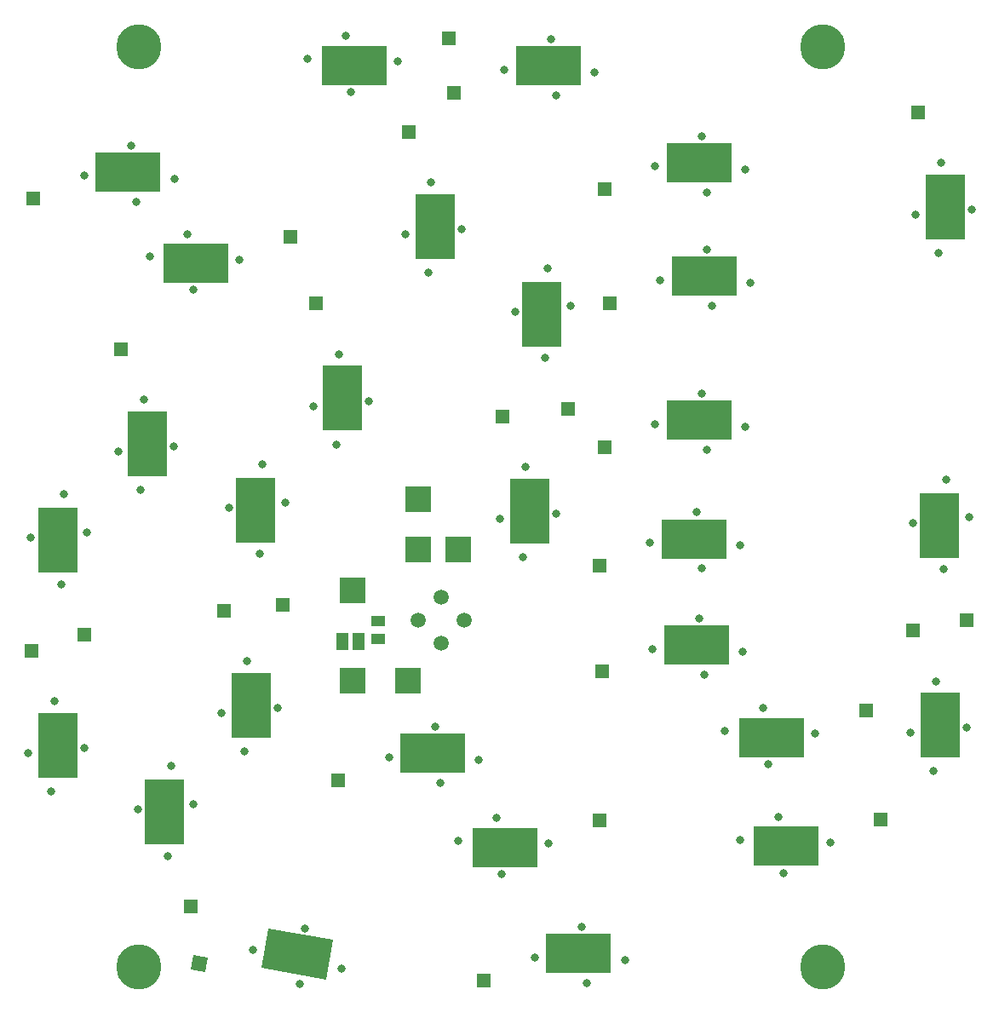
<source format=gts>
G75*
%MOIN*%
%OFA0B0*%
%FSLAX25Y25*%
%IPPOS*%
%LPD*%
%AMOC8*
5,1,8,0,0,1.08239X$1,22.5*
%
%ADD10R,0.15800X0.25800*%
%ADD11R,0.05792X0.05792*%
%ADD12C,0.03162*%
%ADD13R,0.25800X0.15800*%
%ADD14R,0.05792X0.05792*%
%ADD15R,0.04737X0.06509*%
%ADD16C,0.05950*%
%ADD17R,0.05524X0.03950*%
%ADD18R,0.10249X0.10249*%
%ADD19C,0.17635*%
D10*
X0126694Y0143288D03*
X0085174Y0169367D03*
X0160765Y0185115D03*
X0084961Y0249587D03*
X0120213Y0287477D03*
X0162520Y0261320D03*
X0196591Y0305194D03*
X0274331Y0338013D03*
X0232812Y0372359D03*
X0269702Y0261139D03*
X0430237Y0255335D03*
X0430450Y0177320D03*
X0432418Y0380154D03*
D11*
X0421918Y0417154D03*
X0299044Y0386879D03*
X0301013Y0342391D03*
X0284831Y0301013D03*
X0298965Y0286091D03*
X0259202Y0298139D03*
X0296997Y0239635D03*
X0297981Y0198178D03*
X0296997Y0139950D03*
X0251879Y0077430D03*
X0194792Y0155776D03*
X0137194Y0106288D03*
X0074674Y0206367D03*
X0095461Y0212587D03*
X0150265Y0222115D03*
X0173020Y0224320D03*
X0109713Y0324477D03*
X0075540Y0383217D03*
X0176091Y0368414D03*
X0186091Y0342194D03*
X0222312Y0409359D03*
X0239989Y0424674D03*
X0238020Y0445855D03*
X0419950Y0214320D03*
X0440737Y0218335D03*
X0401328Y0182863D03*
X0407233Y0140343D03*
D12*
X0387391Y0131367D03*
X0369123Y0119477D03*
X0352115Y0132469D03*
X0367076Y0141406D03*
X0363217Y0161997D03*
X0346209Y0174989D03*
X0361170Y0183926D03*
X0381485Y0173887D03*
X0418887Y0174162D03*
X0427824Y0159202D03*
X0440816Y0176209D03*
X0428926Y0194477D03*
X0431761Y0238178D03*
X0419871Y0256446D03*
X0432863Y0273454D03*
X0441800Y0258493D03*
X0354083Y0293965D03*
X0339123Y0285028D03*
X0318808Y0295068D03*
X0337076Y0306957D03*
X0341170Y0341328D03*
X0356131Y0350265D03*
X0339123Y0363257D03*
X0320855Y0351367D03*
X0285894Y0341170D03*
X0276957Y0356131D03*
X0263965Y0339123D03*
X0275855Y0320855D03*
X0268178Y0278296D03*
X0280068Y0260028D03*
X0258139Y0257981D03*
X0267076Y0243020D03*
X0316839Y0248611D03*
X0335107Y0260501D03*
X0352115Y0247509D03*
X0337154Y0238572D03*
X0336091Y0219044D03*
X0353099Y0206052D03*
X0338139Y0197115D03*
X0317824Y0207154D03*
X0249910Y0163650D03*
X0234950Y0154713D03*
X0214635Y0164753D03*
X0232902Y0176643D03*
X0256839Y0141013D03*
X0241879Y0132076D03*
X0258887Y0119083D03*
X0277154Y0130973D03*
X0289989Y0098296D03*
X0306997Y0085304D03*
X0292036Y0076367D03*
X0271721Y0086406D03*
X0196173Y0082055D03*
X0179888Y0075852D03*
X0161625Y0089266D03*
X0181679Y0097803D03*
X0138257Y0146446D03*
X0129320Y0161406D03*
X0116328Y0144398D03*
X0128217Y0126131D03*
X0158139Y0166997D03*
X0149202Y0181957D03*
X0171131Y0184005D03*
X0159241Y0202272D03*
X0164044Y0244162D03*
X0152154Y0262430D03*
X0165146Y0279438D03*
X0174083Y0264477D03*
X0193965Y0287076D03*
X0185028Y0302036D03*
X0206957Y0304083D03*
X0195068Y0322351D03*
X0230186Y0354241D03*
X0221249Y0369202D03*
X0243178Y0371249D03*
X0231288Y0389517D03*
X0199910Y0424989D03*
X0182902Y0437981D03*
X0197863Y0446918D03*
X0218178Y0436879D03*
X0259831Y0433650D03*
X0278099Y0445540D03*
X0295107Y0432548D03*
X0280146Y0423611D03*
X0318887Y0395855D03*
X0337154Y0407745D03*
X0354162Y0394753D03*
X0339202Y0385816D03*
X0420855Y0376997D03*
X0429792Y0362036D03*
X0442784Y0379044D03*
X0430894Y0397312D03*
X0156249Y0359438D03*
X0137981Y0347548D03*
X0120973Y0360540D03*
X0135934Y0369477D03*
X0130658Y0391091D03*
X0115698Y0382154D03*
X0095383Y0392194D03*
X0113650Y0404083D03*
X0118690Y0304635D03*
X0130580Y0286367D03*
X0117587Y0269359D03*
X0108650Y0284320D03*
X0087587Y0267706D03*
X0096524Y0252745D03*
X0074595Y0250698D03*
X0086485Y0232430D03*
X0083650Y0186524D03*
X0095540Y0168257D03*
X0082548Y0151249D03*
X0073611Y0166209D03*
D13*
G36*
X0190118Y0077768D02*
X0164711Y0082249D01*
X0167454Y0097808D01*
X0192861Y0093327D01*
X0190118Y0077768D01*
G37*
X0259997Y0129450D03*
X0231792Y0166276D03*
X0288879Y0087930D03*
X0370233Y0129843D03*
X0364328Y0172363D03*
X0334981Y0208678D03*
X0333997Y0250135D03*
X0335965Y0296591D03*
X0338013Y0352891D03*
X0336044Y0397379D03*
X0276989Y0435174D03*
X0201020Y0435355D03*
X0112540Y0393717D03*
X0139091Y0357914D03*
D14*
G36*
X0143879Y0086221D02*
X0142874Y0080518D01*
X0137171Y0081523D01*
X0138176Y0087226D01*
X0143879Y0086221D01*
G37*
D15*
X0196367Y0209989D03*
X0202824Y0209989D03*
D16*
X0225961Y0218414D03*
X0234989Y0209383D03*
X0244017Y0218414D03*
X0234989Y0227446D03*
D17*
X0210461Y0217942D03*
X0210461Y0210855D03*
D18*
X0200619Y0194713D03*
X0222272Y0194713D03*
X0200619Y0230146D03*
X0226209Y0245894D03*
X0241957Y0245894D03*
X0226209Y0265580D03*
D19*
X0116761Y0082509D03*
X0384477Y0082509D03*
X0384477Y0442745D03*
X0116761Y0442745D03*
M02*

</source>
